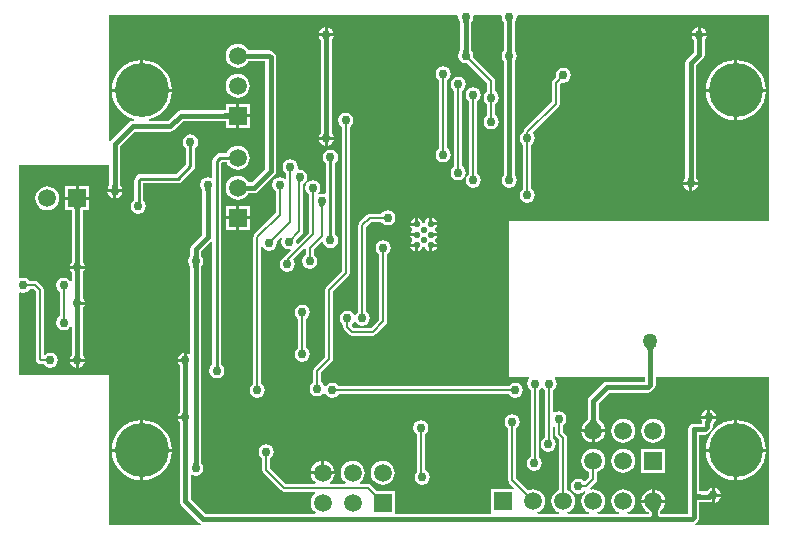
<source format=gbl>
G04*
G04 #@! TF.GenerationSoftware,Altium Limited,Altium Designer,20.1.8 (145)*
G04*
G04 Layer_Physical_Order=2*
G04 Layer_Color=16711680*
%FSLAX25Y25*%
%MOIN*%
G70*
G04*
G04 #@! TF.SameCoordinates,6F670A74-5D77-4B1B-A970-1CA094F5BC2F*
G04*
G04*
G04 #@! TF.FilePolarity,Positive*
G04*
G01*
G75*
%ADD12C,0.01000*%
%ADD14C,0.00600*%
%ADD33R,0.05906X0.05906*%
%ADD56C,0.01500*%
%ADD57C,0.05906*%
%ADD58C,0.02165*%
%ADD59C,0.18000*%
%ADD60C,0.03000*%
%ADD61C,0.05000*%
G36*
X236993Y270865D02*
X236942Y270790D01*
X236897Y270704D01*
X236858Y270607D01*
X236825Y270500D01*
X236798Y270382D01*
X236777Y270253D01*
X236762Y270113D01*
X236750Y269801D01*
X235250D01*
X235247Y269962D01*
X235223Y270253D01*
X235202Y270382D01*
X235175Y270500D01*
X235142Y270607D01*
X235103Y270704D01*
X235058Y270790D01*
X235007Y270865D01*
X234950Y270929D01*
X237050D01*
X236993Y270865D01*
D02*
G37*
G36*
X222493D02*
X222442Y270790D01*
X222397Y270704D01*
X222358Y270607D01*
X222325Y270500D01*
X222298Y270382D01*
X222277Y270253D01*
X222262Y270113D01*
X222250Y269801D01*
X220750D01*
X220747Y269962D01*
X220723Y270253D01*
X220702Y270382D01*
X220675Y270500D01*
X220642Y270607D01*
X220603Y270704D01*
X220558Y270790D01*
X220507Y270865D01*
X220450Y270929D01*
X222550D01*
X222493Y270865D01*
D02*
G37*
G36*
X236753Y261038D02*
X236777Y260747D01*
X236798Y260618D01*
X236825Y260500D01*
X236858Y260393D01*
X236897Y260296D01*
X236942Y260210D01*
X236993Y260135D01*
X237050Y260071D01*
X234950D01*
X235007Y260135D01*
X235058Y260210D01*
X235103Y260296D01*
X235142Y260393D01*
X235175Y260500D01*
X235202Y260618D01*
X235223Y260747D01*
X235238Y260887D01*
X235250Y261199D01*
X236750D01*
X236753Y261038D01*
D02*
G37*
G36*
X222253D02*
X222277Y260747D01*
X222298Y260618D01*
X222325Y260500D01*
X222358Y260393D01*
X222397Y260296D01*
X222442Y260210D01*
X222493Y260135D01*
X222550Y260071D01*
X220450D01*
X220507Y260135D01*
X220558Y260210D01*
X220603Y260296D01*
X220642Y260393D01*
X220675Y260500D01*
X220702Y260618D01*
X220723Y260747D01*
X220738Y260887D01*
X220750Y261199D01*
X222250D01*
X222253Y261038D01*
D02*
G37*
G36*
X222260Y258928D02*
X222290Y258843D01*
X222341Y258743D01*
X222411Y258630D01*
X222502Y258504D01*
X222744Y258209D01*
X223067Y257860D01*
X223259Y257665D01*
X222835Y257241D01*
X222640Y257433D01*
X221996Y257998D01*
X221870Y258088D01*
X221757Y258159D01*
X221657Y258210D01*
X221572Y258240D01*
X221499Y258250D01*
X222250Y259000D01*
X222260Y258928D01*
D02*
G37*
G36*
X236993Y257865D02*
X236942Y257790D01*
X236897Y257704D01*
X236858Y257607D01*
X236825Y257500D01*
X236798Y257382D01*
X236777Y257253D01*
X236762Y257113D01*
X236750Y256801D01*
X235250D01*
X235247Y256962D01*
X235223Y257253D01*
X235202Y257382D01*
X235175Y257500D01*
X235142Y257607D01*
X235103Y257704D01*
X235058Y257790D01*
X235007Y257865D01*
X234950Y257929D01*
X237050D01*
X236993Y257865D01*
D02*
G37*
G36*
X142571Y237500D02*
X142556Y237643D01*
X142511Y237770D01*
X142435Y237882D01*
X142329Y237980D01*
X142193Y238063D01*
X142027Y238130D01*
X141830Y238182D01*
X141604Y238220D01*
X141347Y238243D01*
X141059Y238250D01*
Y239750D01*
X141347Y239757D01*
X141604Y239780D01*
X141830Y239818D01*
X142027Y239870D01*
X142193Y239937D01*
X142329Y240020D01*
X142435Y240118D01*
X142511Y240230D01*
X142556Y240357D01*
X142571Y240500D01*
Y237500D01*
D02*
G37*
G36*
X236753Y219538D02*
X236777Y219247D01*
X236798Y219118D01*
X236825Y219000D01*
X236858Y218893D01*
X236897Y218796D01*
X236942Y218710D01*
X236993Y218635D01*
X237050Y218571D01*
X234950D01*
X235007Y218635D01*
X235058Y218710D01*
X235103Y218796D01*
X235142Y218893D01*
X235175Y219000D01*
X235202Y219118D01*
X235223Y219247D01*
X235238Y219387D01*
X235250Y219699D01*
X236750D01*
X236753Y219538D01*
D02*
G37*
G36*
X105253Y216038D02*
X105277Y215747D01*
X105298Y215618D01*
X105325Y215500D01*
X105358Y215393D01*
X105397Y215296D01*
X105442Y215210D01*
X105493Y215135D01*
X105550Y215071D01*
X103450D01*
X103507Y215135D01*
X103558Y215210D01*
X103603Y215296D01*
X103642Y215393D01*
X103675Y215500D01*
X103702Y215618D01*
X103723Y215747D01*
X103738Y215887D01*
X103750Y216199D01*
X105250D01*
X105253Y216038D01*
D02*
G37*
G36*
X322500Y204000D02*
X236000D01*
Y152000D01*
X242573D01*
X242718Y151522D01*
X242698Y151508D01*
X242145Y150681D01*
X241951Y149705D01*
X242145Y148730D01*
X242698Y147903D01*
X243175Y147584D01*
Y125330D01*
X242573Y124927D01*
X242020Y124100D01*
X241826Y123125D01*
X242020Y122150D01*
X242573Y121323D01*
X243400Y120770D01*
X244375Y120576D01*
X245351Y120770D01*
X246177Y121323D01*
X246730Y122150D01*
X246924Y123125D01*
X246730Y124100D01*
X246177Y124927D01*
X245826Y125163D01*
Y147584D01*
X246302Y147903D01*
X246602Y148351D01*
X247203D01*
X247524Y147871D01*
X248001Y147553D01*
Y131839D01*
X247198Y131302D01*
X246645Y130475D01*
X246451Y129500D01*
X246645Y128524D01*
X247198Y127698D01*
X248025Y127145D01*
X249000Y126951D01*
X249975Y127145D01*
X250802Y127698D01*
X251355Y128524D01*
X251549Y129500D01*
X251355Y130475D01*
X250802Y131302D01*
X250652Y131403D01*
Y135069D01*
X251152Y135353D01*
X251174Y135339D01*
Y133000D01*
X251275Y132493D01*
X251563Y132063D01*
X252675Y130951D01*
Y114229D01*
X252007Y113953D01*
X251181Y113319D01*
X250547Y112493D01*
X250149Y111532D01*
X250013Y110500D01*
X250149Y109468D01*
X250547Y108507D01*
X251181Y107681D01*
X252007Y107047D01*
X252642Y106784D01*
X252542Y106284D01*
X245458D01*
X245358Y106784D01*
X245993Y107047D01*
X246819Y107681D01*
X247453Y108507D01*
X247851Y109468D01*
X247987Y110500D01*
X247851Y111532D01*
X247453Y112493D01*
X246819Y113319D01*
X245993Y113953D01*
X245032Y114351D01*
X244000Y114487D01*
X242968Y114351D01*
X242300Y114074D01*
X238326Y118049D01*
Y134879D01*
X238802Y135198D01*
X239355Y136024D01*
X239549Y137000D01*
X239355Y137976D01*
X238802Y138802D01*
X237976Y139355D01*
X237000Y139549D01*
X236024Y139355D01*
X235198Y138802D01*
X234645Y137976D01*
X234451Y137000D01*
X234645Y136024D01*
X235198Y135198D01*
X235675Y134879D01*
Y117500D01*
X235775Y116993D01*
X236063Y116563D01*
X237673Y114953D01*
X237466Y114453D01*
X230047D01*
Y106784D01*
X230047Y106547D01*
X229656Y106284D01*
X197785D01*
Y113953D01*
X191754D01*
X189770Y115937D01*
X189340Y116225D01*
X188833Y116325D01*
X186358D01*
X186189Y116825D01*
X186652Y117181D01*
X187285Y118007D01*
X187684Y118968D01*
X187819Y120000D01*
X187684Y121032D01*
X187285Y121993D01*
X186652Y122819D01*
X185826Y123453D01*
X184864Y123851D01*
X183833Y123987D01*
X182801Y123851D01*
X181839Y123453D01*
X181013Y122819D01*
X180380Y121993D01*
X179982Y121032D01*
X179846Y120000D01*
X179982Y118968D01*
X180380Y118007D01*
X181013Y117181D01*
X181477Y116825D01*
X181307Y116325D01*
X176358D01*
X176189Y116825D01*
X176652Y117181D01*
X177285Y118007D01*
X177684Y118968D01*
X177754Y119500D01*
X173833D01*
X169912D01*
X169982Y118968D01*
X170380Y118007D01*
X171013Y117181D01*
X171477Y116825D01*
X171307Y116325D01*
X161549D01*
X156325Y121549D01*
Y124879D01*
X156802Y125198D01*
X157355Y126024D01*
X157549Y127000D01*
X157355Y127975D01*
X156802Y128802D01*
X155975Y129355D01*
X155000Y129549D01*
X154025Y129355D01*
X153198Y128802D01*
X152645Y127975D01*
X152451Y127000D01*
X152645Y126024D01*
X153198Y125198D01*
X153674Y124879D01*
Y121000D01*
X153775Y120493D01*
X154063Y120063D01*
X160063Y114063D01*
X160493Y113775D01*
X161000Y113674D01*
X171307D01*
X171477Y113174D01*
X171013Y112819D01*
X170380Y111993D01*
X169982Y111032D01*
X169846Y110000D01*
X169982Y108968D01*
X170380Y108007D01*
X171013Y107181D01*
X171530Y106784D01*
X171361Y106284D01*
X134739D01*
X129784Y111239D01*
Y119109D01*
X130225Y119345D01*
X130525Y119145D01*
X131500Y118951D01*
X132475Y119145D01*
X133302Y119698D01*
X133855Y120525D01*
X134049Y121500D01*
X133855Y122476D01*
X133302Y123302D01*
X133302Y123303D01*
X133299Y123314D01*
X133290Y123372D01*
X133284Y123438D01*
Y188583D01*
X133288Y188616D01*
X133299Y188686D01*
X133302Y188697D01*
X133302Y188698D01*
X133855Y189524D01*
X134049Y190500D01*
X133855Y191475D01*
X133302Y192302D01*
X133302Y192303D01*
X133299Y192314D01*
X133290Y192372D01*
X133284Y192438D01*
Y193761D01*
X136471Y196947D01*
X136971Y196740D01*
Y155985D01*
X136698Y155802D01*
X136145Y154975D01*
X135951Y154000D01*
X136145Y153024D01*
X136698Y152198D01*
X137524Y151645D01*
X138500Y151451D01*
X139476Y151645D01*
X140302Y152198D01*
X140855Y153024D01*
X141049Y154000D01*
X140855Y154975D01*
X140302Y155802D01*
X140029Y155985D01*
Y223366D01*
X140134Y223471D01*
X141855D01*
X142047Y223007D01*
X142681Y222181D01*
X143507Y221547D01*
X144468Y221149D01*
X145500Y221013D01*
X146532Y221149D01*
X147493Y221547D01*
X148319Y222181D01*
X148953Y223007D01*
X149351Y223968D01*
X149487Y225000D01*
X149351Y226032D01*
X148953Y226993D01*
X148319Y227819D01*
X147493Y228453D01*
X146532Y228851D01*
X145500Y228987D01*
X144468Y228851D01*
X143507Y228453D01*
X142681Y227819D01*
X142047Y226993D01*
X141855Y226529D01*
X139500D01*
X138915Y226413D01*
X138419Y226081D01*
X137419Y225081D01*
X137087Y224585D01*
X136971Y224000D01*
Y218554D01*
X136530Y218319D01*
X136476Y218355D01*
X135500Y218549D01*
X134525Y218355D01*
X133698Y217802D01*
X133145Y216975D01*
X132951Y216000D01*
X133145Y215024D01*
X133698Y214198D01*
X133698Y214197D01*
X133701Y214186D01*
X133710Y214128D01*
X133716Y214062D01*
Y199239D01*
X130238Y195762D01*
X129851Y195183D01*
X129716Y194500D01*
Y192417D01*
X129712Y192384D01*
X129701Y192314D01*
X129698Y192303D01*
X129698Y192302D01*
X129145Y191475D01*
X128951Y190500D01*
X129145Y189524D01*
X129698Y188698D01*
X129698Y188697D01*
X129701Y188686D01*
X129710Y188628D01*
X129716Y188562D01*
Y159891D01*
X129275Y159655D01*
X128975Y159855D01*
X128500Y159950D01*
Y157500D01*
X128000D01*
Y157000D01*
X125550D01*
X125645Y156525D01*
X125753Y156363D01*
X125809Y156083D01*
X126195Y155504D01*
X126216Y155483D01*
Y140417D01*
X126212Y140384D01*
X126201Y140314D01*
X126198Y140303D01*
X126198Y140302D01*
X125645Y139476D01*
X125550Y139000D01*
X128000D01*
Y138000D01*
X125550D01*
X125645Y137524D01*
X126198Y136698D01*
X126198Y136697D01*
X126201Y136686D01*
X126210Y136628D01*
X126216Y136562D01*
Y110500D01*
X126351Y109817D01*
X126738Y109238D01*
X132738Y103238D01*
X133095Y103000D01*
X132943Y102500D01*
X102500D01*
Y152500D01*
X72500D01*
Y179965D01*
X72941Y180201D01*
X73024Y180145D01*
X74000Y179951D01*
X74976Y180145D01*
X75802Y180698D01*
X76121Y181175D01*
X77451D01*
X78175Y180451D01*
Y157852D01*
X78275Y157344D01*
X78563Y156914D01*
X78914Y156563D01*
X79344Y156275D01*
X79852Y156175D01*
X80879D01*
X81198Y155698D01*
X82025Y155145D01*
X83000Y154951D01*
X83975Y155145D01*
X84802Y155698D01*
X85355Y156525D01*
X85549Y157500D01*
X85355Y158475D01*
X84802Y159302D01*
X83975Y159855D01*
X83000Y160049D01*
X82025Y159855D01*
X81326Y159388D01*
X80898Y159549D01*
X80826Y159609D01*
Y181000D01*
X80725Y181507D01*
X80437Y181937D01*
X78937Y183437D01*
X78507Y183725D01*
X78000Y183826D01*
X76121D01*
X75802Y184302D01*
X74976Y184855D01*
X74000Y185049D01*
X73024Y184855D01*
X72941Y184799D01*
X72500Y185035D01*
Y222500D01*
X102216D01*
X102500Y222500D01*
X102716Y222089D01*
Y215917D01*
X102712Y215884D01*
X102701Y215814D01*
X102698Y215803D01*
X102698Y215802D01*
X102145Y214976D01*
X102050Y214500D01*
X106949D01*
X106855Y214976D01*
X106302Y215802D01*
X106302Y215803D01*
X106299Y215814D01*
X106290Y215872D01*
X106284Y215938D01*
Y228761D01*
X111239Y233716D01*
X123000D01*
X123683Y233852D01*
X124262Y234238D01*
X127239Y237216D01*
X141384D01*
X141476Y237208D01*
X141547Y237196D01*
Y235047D01*
X145000D01*
Y239000D01*
Y242953D01*
X141547D01*
Y240804D01*
X141476Y240792D01*
X141384Y240784D01*
X126500D01*
X126500Y240784D01*
X125817Y240649D01*
X125238Y240262D01*
X125238Y240262D01*
X122261Y237284D01*
X115995D01*
X115920Y237784D01*
X117345Y238216D01*
X119083Y239145D01*
X120605Y240395D01*
X121855Y241917D01*
X122784Y243655D01*
X123355Y245540D01*
X123499Y247000D01*
X103501D01*
X103645Y245540D01*
X104217Y243655D01*
X105145Y241917D01*
X106395Y240395D01*
X107917Y239145D01*
X109655Y238216D01*
X111080Y237784D01*
X111005Y237284D01*
X110500D01*
X109817Y237148D01*
X109238Y236762D01*
X103238Y230762D01*
X103000Y230405D01*
X102500Y230557D01*
Y272500D01*
X218656D01*
X218974Y272113D01*
X218951Y272000D01*
X219145Y271024D01*
X219698Y270198D01*
X219698Y270197D01*
X219701Y270186D01*
X219710Y270128D01*
X219716Y270062D01*
Y260917D01*
X219712Y260884D01*
X219701Y260814D01*
X219698Y260803D01*
X219698Y260802D01*
X219145Y259976D01*
X218951Y259000D01*
X219145Y258025D01*
X219698Y257198D01*
X220525Y256645D01*
X221500Y256451D01*
X222063Y256563D01*
X228675Y249951D01*
Y247121D01*
X228198Y246802D01*
X227645Y245975D01*
X227451Y245000D01*
X227645Y244024D01*
X228198Y243198D01*
X228675Y242879D01*
Y239121D01*
X228198Y238802D01*
X227645Y237976D01*
X227451Y237000D01*
X227645Y236024D01*
X228198Y235198D01*
X229025Y234645D01*
X230000Y234451D01*
X230976Y234645D01*
X231802Y235198D01*
X232355Y236024D01*
X232549Y237000D01*
X232355Y237976D01*
X231802Y238802D01*
X231326Y239121D01*
Y242879D01*
X231802Y243198D01*
X232355Y244024D01*
X232549Y245000D01*
X232355Y245975D01*
X231802Y246802D01*
X231326Y247121D01*
Y250500D01*
X231225Y251007D01*
X230937Y251437D01*
X223937Y258437D01*
X224049Y259000D01*
X223855Y259976D01*
X223302Y260802D01*
X223302Y260803D01*
X223299Y260814D01*
X223290Y260872D01*
X223284Y260938D01*
Y270083D01*
X223288Y270116D01*
X223299Y270186D01*
X223302Y270197D01*
X223302Y270198D01*
X223855Y271024D01*
X224049Y272000D01*
X224026Y272113D01*
X224344Y272500D01*
X233156D01*
X233474Y272113D01*
X233451Y272000D01*
X233645Y271024D01*
X234198Y270198D01*
X234198Y270197D01*
X234201Y270186D01*
X234210Y270128D01*
X234216Y270062D01*
Y260917D01*
X234212Y260884D01*
X234201Y260814D01*
X234198Y260803D01*
X234198Y260802D01*
X233645Y259976D01*
X233451Y259000D01*
X233645Y258025D01*
X234198Y257198D01*
X234198Y257197D01*
X234201Y257186D01*
X234210Y257128D01*
X234216Y257062D01*
Y219417D01*
X234212Y219384D01*
X234201Y219314D01*
X234198Y219303D01*
X234198Y219302D01*
X233645Y218476D01*
X233451Y217500D01*
X233645Y216525D01*
X234198Y215698D01*
X235024Y215145D01*
X236000Y214951D01*
X236976Y215145D01*
X237802Y215698D01*
X238355Y216525D01*
X238549Y217500D01*
X238355Y218476D01*
X237802Y219302D01*
X237802Y219303D01*
X237799Y219314D01*
X237790Y219372D01*
X237784Y219438D01*
Y257083D01*
X237788Y257116D01*
X237799Y257186D01*
X237802Y257197D01*
X237802Y257198D01*
X238355Y258025D01*
X238549Y259000D01*
X238355Y259976D01*
X237802Y260802D01*
X237802Y260803D01*
X237799Y260814D01*
X237790Y260872D01*
X237784Y260938D01*
Y270083D01*
X237788Y270116D01*
X237799Y270186D01*
X237802Y270197D01*
X237802Y270198D01*
X238355Y271024D01*
X238549Y272000D01*
X238526Y272113D01*
X238844Y272500D01*
X322500D01*
Y204000D01*
D02*
G37*
G36*
X136493Y214865D02*
X136442Y214790D01*
X136397Y214704D01*
X136358Y214607D01*
X136325Y214500D01*
X136298Y214382D01*
X136277Y214253D01*
X136262Y214113D01*
X136250Y213801D01*
X134750D01*
X134747Y213962D01*
X134723Y214253D01*
X134702Y214382D01*
X134675Y214500D01*
X134642Y214607D01*
X134603Y214704D01*
X134558Y214790D01*
X134507Y214865D01*
X134450Y214929D01*
X136550D01*
X136493Y214865D01*
D02*
G37*
G36*
X132253Y192538D02*
X132277Y192247D01*
X132298Y192118D01*
X132325Y192000D01*
X132358Y191893D01*
X132397Y191796D01*
X132442Y191710D01*
X132493Y191635D01*
X132550Y191571D01*
X130450D01*
X130507Y191635D01*
X130558Y191710D01*
X130603Y191796D01*
X130642Y191893D01*
X130675Y192000D01*
X130702Y192118D01*
X130723Y192247D01*
X130738Y192387D01*
X130750Y192699D01*
X132250D01*
X132253Y192538D01*
D02*
G37*
G36*
X132493Y189365D02*
X132442Y189290D01*
X132397Y189204D01*
X132358Y189107D01*
X132325Y189000D01*
X132298Y188882D01*
X132277Y188753D01*
X132262Y188613D01*
X132250Y188301D01*
X130750D01*
X130747Y188462D01*
X130723Y188753D01*
X130702Y188882D01*
X130675Y189000D01*
X130642Y189107D01*
X130603Y189204D01*
X130558Y189290D01*
X130507Y189365D01*
X130450Y189429D01*
X132550D01*
X132493Y189365D01*
D02*
G37*
G36*
X284560Y162017D02*
X284390Y161817D01*
X284240Y161614D01*
X284110Y161408D01*
X284000Y161200D01*
X283910Y160988D01*
X283840Y160774D01*
X283790Y160557D01*
X283760Y160338D01*
X283750Y160115D01*
X282250D01*
X282240Y160338D01*
X282210Y160557D01*
X282160Y160774D01*
X282090Y160988D01*
X282000Y161200D01*
X281890Y161408D01*
X281760Y161614D01*
X281610Y161817D01*
X281440Y162017D01*
X281250Y162215D01*
X284750D01*
X284560Y162017D01*
D02*
G37*
G36*
X128993Y156365D02*
X128942Y156290D01*
X128897Y156204D01*
X128858Y156107D01*
X128825Y156000D01*
X128798Y155882D01*
X128777Y155753D01*
X128762Y155613D01*
X128750Y155301D01*
X127250D01*
X127247Y155462D01*
X127223Y155753D01*
X127202Y155882D01*
X127175Y156000D01*
X127142Y156107D01*
X127103Y156204D01*
X127058Y156290D01*
X127007Y156365D01*
X126950Y156429D01*
X129050D01*
X128993Y156365D01*
D02*
G37*
G36*
X128753Y140538D02*
X128777Y140247D01*
X128798Y140118D01*
X128825Y140000D01*
X128858Y139893D01*
X128897Y139796D01*
X128942Y139710D01*
X128993Y139635D01*
X129050Y139571D01*
X126950D01*
X127007Y139635D01*
X127058Y139710D01*
X127103Y139796D01*
X127142Y139893D01*
X127175Y140000D01*
X127202Y140118D01*
X127223Y140247D01*
X127238Y140387D01*
X127250Y140699D01*
X128750D01*
X128753Y140538D01*
D02*
G37*
G36*
X128993Y137365D02*
X128942Y137290D01*
X128897Y137204D01*
X128858Y137107D01*
X128825Y137000D01*
X128798Y136882D01*
X128777Y136753D01*
X128762Y136613D01*
X128750Y136301D01*
X127250D01*
X127247Y136462D01*
X127223Y136753D01*
X127202Y136882D01*
X127175Y137000D01*
X127142Y137107D01*
X127103Y137204D01*
X127058Y137290D01*
X127007Y137365D01*
X126950Y137429D01*
X129050D01*
X128993Y137365D01*
D02*
G37*
G36*
X264763Y138381D02*
X264803Y138134D01*
X264868Y137885D01*
X264961Y137635D01*
X265079Y137384D01*
X265224Y137131D01*
X265395Y136878D01*
X265593Y136623D01*
X265817Y136366D01*
X266067Y136109D01*
X261933D01*
X262183Y136366D01*
X262407Y136623D01*
X262605Y136878D01*
X262776Y137131D01*
X262921Y137384D01*
X263039Y137635D01*
X263131Y137885D01*
X263197Y138134D01*
X263237Y138381D01*
X263250Y138628D01*
X264750D01*
X264763Y138381D01*
D02*
G37*
G36*
X322500Y102500D02*
X297971D01*
X297819Y103000D01*
X298176Y103238D01*
X298762Y103824D01*
X298762Y103824D01*
X299149Y104403D01*
X299284Y105086D01*
Y109944D01*
X299301Y110039D01*
X299324Y110109D01*
X299341Y110140D01*
X299349Y110151D01*
X299360Y110159D01*
X299391Y110176D01*
X299461Y110199D01*
X299556Y110216D01*
X302439D01*
X302809Y110289D01*
X303025Y110145D01*
X303500Y110050D01*
Y112500D01*
Y114950D01*
X303025Y114855D01*
X302198Y114302D01*
X301851Y113784D01*
X299556D01*
X299461Y113801D01*
X299391Y113824D01*
X299360Y113841D01*
X299349Y113849D01*
X299341Y113860D01*
X299324Y113891D01*
X299301Y113961D01*
X299284Y114056D01*
Y132716D01*
X301121D01*
X301804Y132852D01*
X302383Y133238D01*
X303262Y134117D01*
X303648Y134696D01*
X303784Y135379D01*
Y136351D01*
X304302Y136698D01*
X304855Y137524D01*
X304949Y138000D01*
X300050D01*
X300145Y137524D01*
X300289Y137309D01*
X300216Y136939D01*
Y136284D01*
X297500D01*
X296817Y136149D01*
X296238Y135762D01*
X295851Y135183D01*
X295716Y134500D01*
Y112000D01*
Y106284D01*
X286284D01*
Y107271D01*
X286819Y107681D01*
X287453Y108507D01*
X287851Y109468D01*
X287921Y110000D01*
X280079D01*
X280149Y109468D01*
X280547Y108507D01*
X281181Y107681D01*
X282007Y107047D01*
X282716Y106754D01*
Y106284D01*
X275458D01*
X275359Y106784D01*
X275993Y107047D01*
X276819Y107681D01*
X277453Y108507D01*
X277851Y109468D01*
X277987Y110500D01*
X277851Y111532D01*
X277453Y112493D01*
X276819Y113319D01*
X275993Y113953D01*
X275032Y114351D01*
X274000Y114487D01*
X272968Y114351D01*
X272007Y113953D01*
X271181Y113319D01*
X270547Y112493D01*
X270149Y111532D01*
X270013Y110500D01*
X270149Y109468D01*
X270547Y108507D01*
X271181Y107681D01*
X272007Y107047D01*
X272641Y106784D01*
X272542Y106284D01*
X265458D01*
X265358Y106784D01*
X265993Y107047D01*
X266819Y107681D01*
X267453Y108507D01*
X267851Y109468D01*
X267987Y110500D01*
X267851Y111532D01*
X267453Y112493D01*
X266819Y113319D01*
X265993Y113953D01*
X265032Y114351D01*
X264000Y114487D01*
X263098Y114368D01*
X262851Y114759D01*
X262836Y114813D01*
X264937Y116914D01*
X265225Y117344D01*
X265325Y117851D01*
Y120271D01*
X265993Y120547D01*
X266819Y121181D01*
X267453Y122007D01*
X267851Y122968D01*
X267987Y124000D01*
X267851Y125032D01*
X267453Y125993D01*
X266819Y126819D01*
X265993Y127453D01*
X265032Y127851D01*
X264000Y127987D01*
X262968Y127851D01*
X262007Y127453D01*
X261181Y126819D01*
X260547Y125993D01*
X260149Y125032D01*
X260013Y124000D01*
X260149Y122968D01*
X260547Y122007D01*
X261181Y121181D01*
X262007Y120547D01*
X262674Y120271D01*
Y118401D01*
X261391Y117117D01*
X260894Y117166D01*
X260802Y117302D01*
X259976Y117855D01*
X259000Y118049D01*
X258025Y117855D01*
X257198Y117302D01*
X256645Y116475D01*
X256451Y115500D01*
X256645Y114524D01*
X257198Y113698D01*
X258025Y113145D01*
X259000Y112951D01*
X259976Y113145D01*
X260802Y113698D01*
X261005Y114001D01*
X261224Y113983D01*
X261375Y113469D01*
X261181Y113319D01*
X260547Y112493D01*
X260149Y111532D01*
X260013Y110500D01*
X260149Y109468D01*
X260547Y108507D01*
X261181Y107681D01*
X262007Y107047D01*
X262642Y106784D01*
X262542Y106284D01*
X255458D01*
X255359Y106784D01*
X255993Y107047D01*
X256819Y107681D01*
X257453Y108507D01*
X257851Y109468D01*
X257987Y110500D01*
X257851Y111532D01*
X257453Y112493D01*
X256819Y113319D01*
X255993Y113953D01*
X255326Y114229D01*
Y131500D01*
X255225Y132007D01*
X254937Y132437D01*
X253825Y133549D01*
Y135879D01*
X254302Y136198D01*
X254855Y137024D01*
X255049Y138000D01*
X254855Y138976D01*
X254302Y139802D01*
X253475Y140355D01*
X252500Y140549D01*
X251524Y140355D01*
X251152Y140106D01*
X250652Y140373D01*
Y147553D01*
X251129Y147871D01*
X251681Y148698D01*
X251875Y149673D01*
X251681Y150649D01*
X251129Y151476D01*
X251061Y151522D01*
X251206Y152000D01*
X281216D01*
Y150284D01*
X268500D01*
X267817Y150148D01*
X267238Y149762D01*
X262738Y145262D01*
X262351Y144683D01*
X262216Y144000D01*
Y137539D01*
X262007Y137453D01*
X261181Y136819D01*
X260547Y135993D01*
X260149Y135032D01*
X260079Y134500D01*
X264000D01*
X267921D01*
X267851Y135032D01*
X267453Y135993D01*
X266819Y136819D01*
X265993Y137453D01*
X265784Y137539D01*
Y143261D01*
X269239Y146716D01*
X282121D01*
X282804Y146852D01*
X283383Y147238D01*
X284262Y148117D01*
X284648Y148696D01*
X284784Y149379D01*
Y152000D01*
X322500D01*
Y102500D01*
D02*
G37*
G36*
X132253Y123538D02*
X132277Y123247D01*
X132298Y123118D01*
X132325Y123000D01*
X132358Y122893D01*
X132397Y122796D01*
X132442Y122710D01*
X132493Y122635D01*
X132550Y122571D01*
X130450D01*
X130507Y122635D01*
X130558Y122710D01*
X130603Y122796D01*
X130642Y122893D01*
X130675Y123000D01*
X130702Y123118D01*
X130723Y123247D01*
X130738Y123387D01*
X130750Y123699D01*
X132250D01*
X132253Y123538D01*
D02*
G37*
G36*
X191016Y113245D02*
X191238Y113056D01*
X191336Y112987D01*
X191425Y112935D01*
X191506Y112900D01*
X191577Y112881D01*
X191640Y112880D01*
X191695Y112896D01*
X191740Y112929D01*
X190904Y112092D01*
X190937Y112138D01*
X190952Y112192D01*
X190951Y112255D01*
X190933Y112327D01*
X190898Y112407D01*
X190846Y112497D01*
X190777Y112595D01*
X190691Y112701D01*
X190468Y112941D01*
X190892Y113365D01*
X191016Y113245D01*
D02*
G37*
G36*
X298265Y113965D02*
X298310Y113710D01*
X298385Y113485D01*
X298490Y113290D01*
X298625Y113125D01*
X298790Y112990D01*
X298985Y112885D01*
X299210Y112810D01*
X299465Y112765D01*
X299750Y112750D01*
Y111250D01*
X299465Y111235D01*
X299210Y111190D01*
X298985Y111115D01*
X298790Y111010D01*
X298625Y110875D01*
X298490Y110710D01*
X298385Y110515D01*
X298310Y110290D01*
X298265Y110035D01*
X298250Y109750D01*
X296750Y112000D01*
X298250Y114250D01*
X298265Y113965D01*
D02*
G37*
G36*
X286177Y108459D02*
X285811Y107861D01*
X285662Y107576D01*
X285536Y107300D01*
X285433Y107032D01*
X285353Y106774D01*
X285296Y106525D01*
X285277Y106395D01*
X285310Y106210D01*
X285385Y105985D01*
X285490Y105790D01*
X285625Y105625D01*
X285790Y105490D01*
X285985Y105385D01*
X286210Y105310D01*
X286465Y105265D01*
X286750Y105250D01*
X284500Y103750D01*
X282250Y105250D01*
X282535Y105265D01*
X282790Y105310D01*
X283015Y105385D01*
X283210Y105490D01*
X283375Y105625D01*
X283510Y105790D01*
X283615Y105985D01*
X283690Y106210D01*
X283699Y106259D01*
X283693Y106292D01*
X283621Y106536D01*
X283521Y106774D01*
X283393Y107006D01*
X283235Y107231D01*
X283049Y107450D01*
X282835Y107664D01*
X282592Y107871D01*
X282320Y108072D01*
X286394Y108772D01*
X286177Y108459D01*
D02*
G37*
%LPC*%
G36*
X299830Y268449D02*
Y266500D01*
X301780D01*
X301685Y266975D01*
X301133Y267802D01*
X300306Y268355D01*
X299830Y268449D01*
D02*
G37*
G36*
X298830D02*
X298355Y268355D01*
X297528Y267802D01*
X296975Y266975D01*
X296881Y266500D01*
X298830D01*
Y268449D01*
D02*
G37*
G36*
X175500D02*
Y266500D01*
X177450D01*
X177355Y266975D01*
X176802Y267802D01*
X175976Y268355D01*
X175500Y268449D01*
D02*
G37*
G36*
X174500D02*
X174024Y268355D01*
X173198Y267802D01*
X172645Y266975D01*
X172550Y266500D01*
X174500D01*
Y268449D01*
D02*
G37*
G36*
X254000Y255049D02*
X253025Y254855D01*
X252198Y254302D01*
X251645Y253475D01*
X251451Y252500D01*
X251563Y251937D01*
X250563Y250937D01*
X250275Y250507D01*
X250174Y250000D01*
Y243549D01*
X241063Y234437D01*
X240775Y234007D01*
X240702Y233640D01*
X240198Y233302D01*
X239645Y232475D01*
X239451Y231500D01*
X239645Y230524D01*
X240198Y229698D01*
X240674Y229379D01*
Y214621D01*
X240198Y214302D01*
X239645Y213475D01*
X239451Y212500D01*
X239645Y211525D01*
X240198Y210698D01*
X241024Y210145D01*
X242000Y209951D01*
X242975Y210145D01*
X243802Y210698D01*
X244355Y211525D01*
X244549Y212500D01*
X244355Y213475D01*
X243802Y214302D01*
X243325Y214621D01*
Y229379D01*
X243802Y229698D01*
X244355Y230524D01*
X244549Y231500D01*
X244355Y232475D01*
X243802Y233302D01*
X243791Y233417D01*
X252437Y242063D01*
X252725Y242493D01*
X252825Y243000D01*
Y249451D01*
X253437Y250063D01*
X254000Y249951D01*
X254976Y250145D01*
X255802Y250698D01*
X256355Y251524D01*
X256549Y252500D01*
X256355Y253475D01*
X255802Y254302D01*
X254976Y254855D01*
X254000Y255049D01*
D02*
G37*
G36*
X312000Y257499D02*
Y248000D01*
X321499D01*
X321355Y249460D01*
X320783Y251345D01*
X319855Y253083D01*
X318605Y254605D01*
X317083Y255855D01*
X315345Y256784D01*
X313460Y257355D01*
X312000Y257499D01*
D02*
G37*
G36*
X311000D02*
X309540Y257355D01*
X307655Y256784D01*
X305917Y255855D01*
X304395Y254605D01*
X303145Y253083D01*
X302217Y251345D01*
X301645Y249460D01*
X301501Y248000D01*
X311000D01*
Y257499D01*
D02*
G37*
G36*
X114000D02*
Y248000D01*
X123499D01*
X123355Y249460D01*
X122784Y251345D01*
X121855Y253083D01*
X120605Y254605D01*
X119083Y255855D01*
X117345Y256784D01*
X115460Y257355D01*
X114000Y257499D01*
D02*
G37*
G36*
X113000D02*
X111540Y257355D01*
X109655Y256784D01*
X107917Y255855D01*
X106395Y254605D01*
X105145Y253083D01*
X104217Y251345D01*
X103645Y249460D01*
X103501Y248000D01*
X113000D01*
Y257499D01*
D02*
G37*
G36*
X145500Y252987D02*
X144468Y252851D01*
X143507Y252453D01*
X142681Y251819D01*
X142047Y250993D01*
X141649Y250032D01*
X141513Y249000D01*
X141649Y247968D01*
X142047Y247007D01*
X142681Y246181D01*
X143507Y245547D01*
X144468Y245149D01*
X145500Y245013D01*
X146532Y245149D01*
X147493Y245547D01*
X148319Y246181D01*
X148953Y247007D01*
X149351Y247968D01*
X149487Y249000D01*
X149351Y250032D01*
X148953Y250993D01*
X148319Y251819D01*
X147493Y252453D01*
X146532Y252851D01*
X145500Y252987D01*
D02*
G37*
G36*
X149453Y242953D02*
X146000D01*
Y239500D01*
X149453D01*
Y242953D01*
D02*
G37*
G36*
X321499Y247000D02*
X312000D01*
Y237501D01*
X313460Y237645D01*
X315345Y238216D01*
X317083Y239145D01*
X318605Y240395D01*
X319855Y241917D01*
X320783Y243655D01*
X321355Y245540D01*
X321499Y247000D01*
D02*
G37*
G36*
X311000D02*
X301501D01*
X301645Y245540D01*
X302217Y243655D01*
X303145Y241917D01*
X304395Y240395D01*
X305917Y239145D01*
X307655Y238216D01*
X309540Y237645D01*
X311000Y237501D01*
Y247000D01*
D02*
G37*
G36*
X149453Y238500D02*
X146000D01*
Y235047D01*
X149453D01*
Y238500D01*
D02*
G37*
G36*
X177450Y265500D02*
X172550D01*
X172645Y265024D01*
X173198Y264198D01*
X173198Y264197D01*
X173201Y264186D01*
X173210Y264128D01*
X173216Y264062D01*
Y233417D01*
X173212Y233384D01*
X173201Y233314D01*
X173198Y233303D01*
X173198Y233302D01*
X172645Y232475D01*
X172550Y232000D01*
X177450D01*
X177355Y232475D01*
X176802Y233302D01*
X176802Y233303D01*
X176799Y233314D01*
X176790Y233372D01*
X176784Y233438D01*
Y264083D01*
X176788Y264116D01*
X176799Y264186D01*
X176802Y264197D01*
X176802Y264198D01*
X177355Y265024D01*
X177450Y265500D01*
D02*
G37*
G36*
Y231000D02*
X175500D01*
Y229050D01*
X175976Y229145D01*
X176802Y229698D01*
X177355Y230524D01*
X177450Y231000D01*
D02*
G37*
G36*
X174500D02*
X172550D01*
X172645Y230524D01*
X173198Y229698D01*
X174024Y229145D01*
X174500Y229050D01*
Y231000D01*
D02*
G37*
G36*
X214000Y255549D02*
X213024Y255355D01*
X212198Y254802D01*
X211645Y253976D01*
X211451Y253000D01*
X211645Y252025D01*
X212198Y251198D01*
X212674Y250879D01*
Y228121D01*
X212198Y227802D01*
X211645Y226975D01*
X211451Y226000D01*
X211645Y225025D01*
X212198Y224198D01*
X213024Y223645D01*
X214000Y223451D01*
X214976Y223645D01*
X215802Y224198D01*
X216355Y225025D01*
X216549Y226000D01*
X216355Y226975D01*
X215802Y227802D01*
X215325Y228121D01*
Y250879D01*
X215802Y251198D01*
X216355Y252025D01*
X216549Y253000D01*
X216355Y253976D01*
X215802Y254802D01*
X214976Y255355D01*
X214000Y255549D01*
D02*
G37*
G36*
X219000Y252049D02*
X218024Y251855D01*
X217198Y251302D01*
X216645Y250476D01*
X216451Y249500D01*
X216645Y248524D01*
X217198Y247698D01*
X217674Y247379D01*
Y222121D01*
X217198Y221802D01*
X216645Y220975D01*
X216451Y220000D01*
X216645Y219024D01*
X217198Y218198D01*
X218024Y217645D01*
X219000Y217451D01*
X219975Y217645D01*
X220802Y218198D01*
X221355Y219024D01*
X221549Y220000D01*
X221355Y220975D01*
X220802Y221802D01*
X220325Y222121D01*
Y247379D01*
X220802Y247698D01*
X221355Y248524D01*
X221549Y249500D01*
X221355Y250476D01*
X220802Y251302D01*
X219975Y251855D01*
X219000Y252049D01*
D02*
G37*
G36*
X301780Y265500D02*
X296881D01*
X296975Y265024D01*
X297528Y264198D01*
X297529Y264197D01*
X297531Y264186D01*
X297541Y264128D01*
X297546Y264062D01*
Y260069D01*
X295238Y257762D01*
X294851Y257183D01*
X294716Y256500D01*
Y218417D01*
X294712Y218384D01*
X294701Y218314D01*
X294698Y218303D01*
X294698Y218302D01*
X294145Y217476D01*
X294051Y217000D01*
X298950D01*
X298855Y217476D01*
X298302Y218302D01*
X298302Y218303D01*
X298299Y218314D01*
X298290Y218372D01*
X298284Y218438D01*
Y255761D01*
X300592Y258069D01*
X300979Y258648D01*
X301115Y259330D01*
Y264083D01*
X301118Y264116D01*
X301130Y264186D01*
X301132Y264197D01*
X301133Y264198D01*
X301685Y265024D01*
X301780Y265500D01*
D02*
G37*
G36*
X145500Y262987D02*
X144468Y262851D01*
X143507Y262453D01*
X142681Y261819D01*
X142047Y260993D01*
X141649Y260032D01*
X141513Y259000D01*
X141649Y257968D01*
X142047Y257007D01*
X142681Y256181D01*
X143507Y255547D01*
X144468Y255149D01*
X145500Y255013D01*
X146532Y255149D01*
X147493Y255547D01*
X148319Y256181D01*
X148953Y257007D01*
X149039Y257216D01*
X154716D01*
Y221239D01*
X150261Y216784D01*
X149039D01*
X148953Y216993D01*
X148319Y217819D01*
X147493Y218453D01*
X146532Y218851D01*
X145500Y218987D01*
X144468Y218851D01*
X143507Y218453D01*
X142681Y217819D01*
X142047Y216993D01*
X141649Y216032D01*
X141513Y215000D01*
X141649Y213968D01*
X142047Y213007D01*
X142681Y212181D01*
X143507Y211547D01*
X144468Y211149D01*
X145500Y211013D01*
X146532Y211149D01*
X147493Y211547D01*
X148319Y212181D01*
X148953Y213007D01*
X149039Y213216D01*
X151000D01*
X151683Y213351D01*
X152262Y213738D01*
X157762Y219238D01*
X157762Y219238D01*
X158149Y219817D01*
X158284Y220500D01*
Y258414D01*
X158149Y259097D01*
X157762Y259676D01*
X157762Y259676D01*
X157176Y260262D01*
X156597Y260648D01*
X155914Y260784D01*
X149039D01*
X148953Y260993D01*
X148319Y261819D01*
X147493Y262453D01*
X146532Y262851D01*
X145500Y262987D01*
D02*
G37*
G36*
X224000Y248549D02*
X223025Y248355D01*
X222198Y247802D01*
X221645Y246975D01*
X221451Y246000D01*
X221645Y245024D01*
X222198Y244198D01*
X222674Y243879D01*
Y219621D01*
X222198Y219302D01*
X221645Y218476D01*
X221451Y217500D01*
X221645Y216525D01*
X222198Y215698D01*
X223025Y215145D01*
X224000Y214951D01*
X224975Y215145D01*
X225802Y215698D01*
X226355Y216525D01*
X226549Y217500D01*
X226355Y218476D01*
X225802Y219302D01*
X225325Y219621D01*
Y243879D01*
X225802Y244198D01*
X226355Y245024D01*
X226549Y246000D01*
X226355Y246975D01*
X225802Y247802D01*
X224975Y248355D01*
X224000Y248549D01*
D02*
G37*
G36*
X298950Y216000D02*
X297000D01*
Y214051D01*
X297476Y214145D01*
X298302Y214698D01*
X298855Y215525D01*
X298950Y216000D01*
D02*
G37*
G36*
X296000D02*
X294051D01*
X294145Y215525D01*
X294698Y214698D01*
X295525Y214145D01*
X296000Y214051D01*
Y216000D01*
D02*
G37*
G36*
X176396Y227653D02*
X175420Y227459D01*
X174593Y226907D01*
X174041Y226080D01*
X173847Y225104D01*
X174041Y224129D01*
X174593Y223302D01*
X174866Y223119D01*
Y213149D01*
X174366Y212877D01*
X173500Y213049D01*
X172662Y212882D01*
X172380Y213314D01*
X172855Y214024D01*
X173049Y215000D01*
X172855Y215975D01*
X172302Y216802D01*
X171476Y217355D01*
X170500Y217549D01*
X169525Y217355D01*
X168698Y216802D01*
X168145Y215975D01*
X167951Y215000D01*
X168145Y214024D01*
X168698Y213198D01*
X169175Y212879D01*
Y200049D01*
X165418Y196293D01*
X164957Y196539D01*
X165049Y197000D01*
X164937Y197563D01*
X166937Y199563D01*
X167225Y199993D01*
X167325Y200500D01*
Y216246D01*
X168001Y216698D01*
X168553Y217525D01*
X168747Y218500D01*
X168553Y219476D01*
X168001Y220302D01*
X167174Y220855D01*
X166199Y221049D01*
X165856Y220981D01*
X165431Y221406D01*
X165549Y222000D01*
X165355Y222975D01*
X164802Y223802D01*
X163976Y224355D01*
X163000Y224549D01*
X162024Y224355D01*
X161198Y223802D01*
X160645Y222975D01*
X160451Y222000D01*
X160645Y221024D01*
X161198Y220198D01*
X161674Y219879D01*
Y218077D01*
X161174Y217888D01*
X160476Y218355D01*
X159500Y218549D01*
X158525Y218355D01*
X157698Y217802D01*
X157145Y216975D01*
X156951Y216000D01*
X157145Y215024D01*
X157698Y214198D01*
X158175Y213879D01*
Y206549D01*
X151063Y199437D01*
X150775Y199007D01*
X150674Y198500D01*
Y149621D01*
X150198Y149302D01*
X149645Y148476D01*
X149451Y147500D01*
X149645Y146525D01*
X150198Y145698D01*
X151024Y145145D01*
X152000Y144951D01*
X152975Y145145D01*
X153802Y145698D01*
X154355Y146525D01*
X154549Y147500D01*
X154355Y148476D01*
X153802Y149302D01*
X153325Y149621D01*
Y195103D01*
X153825Y195255D01*
X154198Y194698D01*
X155025Y194145D01*
X156000Y193951D01*
X156975Y194145D01*
X157802Y194698D01*
X158355Y195525D01*
X158549Y196500D01*
X158437Y197063D01*
X159934Y198559D01*
X160322Y198241D01*
X160145Y197976D01*
X159951Y197000D01*
X160145Y196025D01*
X160698Y195198D01*
X161524Y194645D01*
X162500Y194451D01*
X162961Y194543D01*
X163207Y194082D01*
X161410Y192284D01*
X161138Y191877D01*
X161024Y191855D01*
X160198Y191302D01*
X159645Y190475D01*
X159451Y189500D01*
X159645Y188524D01*
X160198Y187698D01*
X161024Y187145D01*
X162000Y186951D01*
X162976Y187145D01*
X163802Y187698D01*
X164355Y188524D01*
X164549Y189500D01*
X164355Y190475D01*
X163952Y191078D01*
X167675Y194800D01*
X168175Y194593D01*
Y192621D01*
X167698Y192302D01*
X167145Y191475D01*
X166951Y190500D01*
X167145Y189524D01*
X167698Y188698D01*
X168525Y188145D01*
X169500Y187951D01*
X170475Y188145D01*
X171302Y188698D01*
X171855Y189524D01*
X172049Y190500D01*
X171855Y191475D01*
X171302Y192302D01*
X170826Y192621D01*
Y194451D01*
X173409Y197035D01*
X173952Y196870D01*
X174041Y196424D01*
X174593Y195598D01*
X175420Y195045D01*
X176396Y194851D01*
X177371Y195045D01*
X178198Y195598D01*
X178751Y196424D01*
X178945Y197400D01*
X178751Y198375D01*
X178198Y199202D01*
X177925Y199385D01*
Y223119D01*
X178198Y223302D01*
X178751Y224129D01*
X178945Y225104D01*
X178751Y226080D01*
X178198Y226907D01*
X177371Y227459D01*
X176396Y227653D01*
D02*
G37*
G36*
X95953Y215453D02*
X92500D01*
Y212000D01*
X95953D01*
Y215453D01*
D02*
G37*
G36*
X91500D02*
X88047D01*
Y212000D01*
X91500D01*
Y215453D01*
D02*
G37*
G36*
X106949Y213500D02*
X105000D01*
Y211550D01*
X105475Y211645D01*
X106302Y212198D01*
X106855Y213024D01*
X106949Y213500D01*
D02*
G37*
G36*
X104000D02*
X102050D01*
X102145Y213024D01*
X102698Y212198D01*
X103524Y211645D01*
X104000Y211550D01*
Y213500D01*
D02*
G37*
G36*
X82000Y215487D02*
X80968Y215351D01*
X80007Y214953D01*
X79181Y214319D01*
X78547Y213493D01*
X78149Y212532D01*
X78013Y211500D01*
X78149Y210468D01*
X78547Y209507D01*
X79181Y208681D01*
X80007Y208047D01*
X80968Y207649D01*
X82000Y207513D01*
X83032Y207649D01*
X83993Y208047D01*
X84819Y208681D01*
X85453Y209507D01*
X85851Y210468D01*
X85987Y211500D01*
X85851Y212532D01*
X85453Y213493D01*
X84819Y214319D01*
X83993Y214953D01*
X83032Y215351D01*
X82000Y215487D01*
D02*
G37*
G36*
X129740Y232789D02*
X128765Y232595D01*
X127938Y232043D01*
X127385Y231216D01*
X127191Y230240D01*
X127385Y229265D01*
X127938Y228438D01*
X128211Y228255D01*
Y222874D01*
X124866Y219529D01*
X113086D01*
X112501Y219413D01*
X112004Y219081D01*
X111419Y218496D01*
X111087Y218000D01*
X110971Y217414D01*
Y210934D01*
X110544Y210649D01*
X109992Y209822D01*
X109798Y208846D01*
X109992Y207871D01*
X110544Y207044D01*
X111371Y206491D01*
X112346Y206297D01*
X113322Y206491D01*
X114149Y207044D01*
X114701Y207871D01*
X114895Y208846D01*
X114701Y209822D01*
X114149Y210649D01*
X114029Y210729D01*
Y216471D01*
X125500D01*
X126085Y216587D01*
X126581Y216919D01*
X130822Y221159D01*
X131153Y221655D01*
X131270Y222240D01*
Y228255D01*
X131543Y228438D01*
X132095Y229265D01*
X132289Y230240D01*
X132095Y231216D01*
X131543Y232043D01*
X130716Y232595D01*
X129740Y232789D01*
D02*
G37*
G36*
X149453Y208953D02*
X146000D01*
Y205500D01*
X149453D01*
Y208953D01*
D02*
G37*
G36*
X145000D02*
X141547D01*
Y205500D01*
X145000D01*
Y208953D01*
D02*
G37*
G36*
X210300Y204924D02*
Y203400D01*
X211824D01*
X211762Y203713D01*
X211301Y204401D01*
X210613Y204862D01*
X210300Y204924D01*
D02*
G37*
G36*
X204600Y204824D02*
X204287Y204762D01*
X203598Y204302D01*
X203138Y203613D01*
X203076Y203300D01*
X204600D01*
Y204824D01*
D02*
G37*
G36*
X209300Y204924D02*
X208987Y204862D01*
X208298Y204401D01*
X207838Y203713D01*
X207713Y203081D01*
X207500Y203123D01*
X207172Y203058D01*
X207062Y203613D01*
X206602Y204302D01*
X205913Y204762D01*
X205600Y204824D01*
Y202800D01*
X205100D01*
Y202300D01*
X203076D01*
X203138Y201987D01*
X203598Y201298D01*
Y200801D01*
X203138Y200113D01*
X203076Y199800D01*
X205100D01*
Y198800D01*
X203076D01*
X203138Y198487D01*
X203598Y197799D01*
Y197301D01*
X203138Y196613D01*
X203076Y196300D01*
X205100D01*
Y195800D01*
X205600D01*
Y193776D01*
X205913Y193838D01*
X206602Y194299D01*
X207062Y194987D01*
X207153Y195446D01*
X207500Y195377D01*
X207751Y195426D01*
X207838Y194987D01*
X208298Y194299D01*
X208987Y193838D01*
X209300Y193776D01*
Y195800D01*
X209800D01*
Y196300D01*
X211824D01*
X211762Y196613D01*
X211381Y197183D01*
X211389Y197790D01*
X211402Y197799D01*
X211862Y198487D01*
X211924Y198800D01*
X209900D01*
Y199800D01*
X211924D01*
X211862Y200113D01*
X211402Y200801D01*
X211279Y200883D01*
Y201275D01*
X211334Y201448D01*
X211762Y202087D01*
X211824Y202400D01*
X209800D01*
Y202900D01*
X209300D01*
Y204924D01*
D02*
G37*
G36*
X195500Y207549D02*
X194525Y207355D01*
X193698Y206802D01*
X193379Y206326D01*
X189500D01*
X188993Y206225D01*
X188563Y205937D01*
X186063Y203437D01*
X185775Y203007D01*
X185675Y202500D01*
Y173621D01*
X185198Y173302D01*
X184784Y172684D01*
X184216D01*
X183802Y173302D01*
X182975Y173855D01*
X182000Y174049D01*
X181025Y173855D01*
X180198Y173302D01*
X179645Y172476D01*
X179451Y171500D01*
X179645Y170525D01*
X180198Y169698D01*
X180675Y169379D01*
Y168500D01*
X180775Y167993D01*
X181063Y167563D01*
X182563Y166063D01*
X182993Y165775D01*
X183500Y165674D01*
X190500D01*
X191007Y165775D01*
X191437Y166063D01*
X194937Y169563D01*
X195225Y169993D01*
X195326Y170500D01*
Y192879D01*
X195802Y193198D01*
X196355Y194025D01*
X196549Y195000D01*
X196355Y195975D01*
X195802Y196802D01*
X194975Y197355D01*
X194000Y197549D01*
X193025Y197355D01*
X192198Y196802D01*
X191645Y195975D01*
X191451Y195000D01*
X191645Y194025D01*
X192198Y193198D01*
X192675Y192879D01*
Y171049D01*
X189951Y168325D01*
X184049D01*
X183443Y168931D01*
X183483Y169484D01*
X183802Y169698D01*
X184216Y170316D01*
X184784D01*
X185198Y169698D01*
X186024Y169145D01*
X187000Y168951D01*
X187976Y169145D01*
X188802Y169698D01*
X189355Y170525D01*
X189549Y171500D01*
X189355Y172476D01*
X188802Y173302D01*
X188326Y173621D01*
Y201951D01*
X190049Y203675D01*
X193379D01*
X193698Y203198D01*
X194525Y202645D01*
X195500Y202451D01*
X196476Y202645D01*
X197302Y203198D01*
X197855Y204025D01*
X198049Y205000D01*
X197855Y205976D01*
X197302Y206802D01*
X196476Y207355D01*
X195500Y207549D01*
D02*
G37*
G36*
X149453Y204500D02*
X146000D01*
Y201047D01*
X149453D01*
Y204500D01*
D02*
G37*
G36*
X145000D02*
X141547D01*
Y201047D01*
X145000D01*
Y204500D01*
D02*
G37*
G36*
X211824Y195300D02*
X210300D01*
Y193776D01*
X210613Y193838D01*
X211301Y194299D01*
X211762Y194987D01*
X211824Y195300D01*
D02*
G37*
G36*
X204600D02*
X203076D01*
X203138Y194987D01*
X203598Y194299D01*
X204287Y193838D01*
X204600Y193776D01*
Y195300D01*
D02*
G37*
G36*
X95953Y211000D02*
X92000D01*
X88047D01*
Y207547D01*
X90195D01*
X90208Y207470D01*
X90216Y207381D01*
Y190417D01*
X90212Y190384D01*
X90201Y190314D01*
X90198Y190303D01*
X90198Y190302D01*
X89645Y189476D01*
X89551Y189000D01*
X94450D01*
X94355Y189476D01*
X93802Y190302D01*
X93802Y190303D01*
X93799Y190314D01*
X93790Y190372D01*
X93784Y190438D01*
Y207381D01*
X93792Y207470D01*
X93805Y207547D01*
X95953D01*
Y211000D01*
D02*
G37*
G36*
X94450Y188000D02*
X89551D01*
X89645Y187524D01*
X90198Y186698D01*
X90198Y186697D01*
X90201Y186686D01*
X90210Y186628D01*
X90216Y186562D01*
Y183835D01*
X89716Y183684D01*
X89302Y184302D01*
X88476Y184855D01*
X87500Y185049D01*
X86524Y184855D01*
X85698Y184302D01*
X85145Y183475D01*
X84951Y182500D01*
X85145Y181525D01*
X85698Y180698D01*
X86174Y180379D01*
Y172121D01*
X85698Y171802D01*
X85145Y170975D01*
X84951Y170000D01*
X85145Y169025D01*
X85698Y168198D01*
X86524Y167645D01*
X87500Y167451D01*
X88476Y167645D01*
X89302Y168198D01*
X89716Y168816D01*
X90216Y168665D01*
Y159417D01*
X90212Y159384D01*
X90201Y159314D01*
X90198Y159303D01*
X90198Y159302D01*
X89645Y158475D01*
X89551Y158000D01*
X94450D01*
X94355Y158475D01*
X93802Y159302D01*
X93802Y159303D01*
X93799Y159314D01*
X93790Y159372D01*
X93784Y159438D01*
Y174583D01*
X93788Y174616D01*
X93799Y174686D01*
X93802Y174697D01*
X93802Y174698D01*
X94355Y175524D01*
X94450Y176000D01*
X92000D01*
Y177000D01*
X94450D01*
X94355Y177476D01*
X93802Y178302D01*
X93802Y178303D01*
X93799Y178314D01*
X93790Y178372D01*
X93784Y178438D01*
Y186583D01*
X93788Y186616D01*
X93799Y186686D01*
X93802Y186697D01*
X93802Y186698D01*
X94355Y187524D01*
X94450Y188000D01*
D02*
G37*
G36*
X127500Y159950D02*
X127024Y159855D01*
X126198Y159302D01*
X125645Y158475D01*
X125550Y158000D01*
X127500D01*
Y159950D01*
D02*
G37*
G36*
X167000Y176049D02*
X166024Y175855D01*
X165198Y175302D01*
X164645Y174476D01*
X164451Y173500D01*
X164645Y172524D01*
X165198Y171698D01*
X165674Y171379D01*
Y161621D01*
X165198Y161302D01*
X164645Y160476D01*
X164451Y159500D01*
X164645Y158525D01*
X165198Y157698D01*
X166024Y157145D01*
X167000Y156951D01*
X167975Y157145D01*
X168802Y157698D01*
X169355Y158525D01*
X169549Y159500D01*
X169355Y160476D01*
X168802Y161302D01*
X168325Y161621D01*
Y171379D01*
X168802Y171698D01*
X169355Y172524D01*
X169549Y173500D01*
X169355Y174476D01*
X168802Y175302D01*
X167975Y175855D01*
X167000Y176049D01*
D02*
G37*
G36*
X94450Y157000D02*
X92500D01*
Y155051D01*
X92975Y155145D01*
X93802Y155698D01*
X94355Y156525D01*
X94450Y157000D01*
D02*
G37*
G36*
X91500D02*
X89551D01*
X89645Y156525D01*
X90198Y155698D01*
X91025Y155145D01*
X91500Y155051D01*
Y157000D01*
D02*
G37*
G36*
X181500Y240049D02*
X180525Y239855D01*
X179698Y239302D01*
X179145Y238475D01*
X178951Y237500D01*
X179145Y236525D01*
X179698Y235698D01*
X180175Y235379D01*
Y187049D01*
X175063Y181937D01*
X174775Y181507D01*
X174674Y181000D01*
Y158549D01*
X171063Y154937D01*
X170775Y154507D01*
X170675Y154000D01*
Y150121D01*
X170198Y149802D01*
X169645Y148976D01*
X169451Y148000D01*
X169645Y147025D01*
X170198Y146198D01*
X171025Y145645D01*
X172000Y145451D01*
X172976Y145645D01*
X173802Y146198D01*
X174109Y146657D01*
X174640Y146551D01*
X174645Y146525D01*
X175198Y145698D01*
X176024Y145145D01*
X177000Y144951D01*
X177975Y145145D01*
X178802Y145698D01*
X179121Y146175D01*
X235879D01*
X236198Y145698D01*
X237024Y145145D01*
X238000Y144951D01*
X238976Y145145D01*
X239802Y145698D01*
X240355Y146525D01*
X240549Y147500D01*
X240355Y148476D01*
X239802Y149302D01*
X238976Y149855D01*
X238000Y150049D01*
X237024Y149855D01*
X236198Y149302D01*
X235879Y148826D01*
X179121D01*
X178802Y149302D01*
X177975Y149855D01*
X177000Y150049D01*
X176024Y149855D01*
X175198Y149302D01*
X174891Y148844D01*
X174360Y148949D01*
X174355Y148976D01*
X173802Y149802D01*
X173326Y150121D01*
Y153451D01*
X176937Y157063D01*
X177225Y157493D01*
X177325Y158000D01*
Y180451D01*
X182437Y185563D01*
X182725Y185993D01*
X182826Y186500D01*
Y235379D01*
X183302Y235698D01*
X183855Y236525D01*
X184049Y237500D01*
X183855Y238475D01*
X183302Y239302D01*
X182475Y239855D01*
X181500Y240049D01*
D02*
G37*
G36*
X114000Y137499D02*
Y128000D01*
X123499D01*
X123355Y129460D01*
X122784Y131345D01*
X121855Y133083D01*
X120605Y134605D01*
X119083Y135855D01*
X117345Y136784D01*
X115460Y137355D01*
X114000Y137499D01*
D02*
G37*
G36*
X113000D02*
X111540Y137355D01*
X109655Y136784D01*
X107917Y135855D01*
X106395Y134605D01*
X105145Y133083D01*
X104217Y131345D01*
X103645Y129460D01*
X103501Y128000D01*
X113000D01*
Y137499D01*
D02*
G37*
G36*
X174333Y123921D02*
Y120500D01*
X177754D01*
X177684Y121032D01*
X177285Y121993D01*
X176652Y122819D01*
X175826Y123453D01*
X174864Y123851D01*
X174333Y123921D01*
D02*
G37*
G36*
X173333D02*
X172801Y123851D01*
X171839Y123453D01*
X171013Y122819D01*
X170380Y121993D01*
X169982Y121032D01*
X169912Y120500D01*
X173333D01*
Y123921D01*
D02*
G37*
G36*
X123499Y127000D02*
X114000D01*
Y117501D01*
X115460Y117645D01*
X117345Y118217D01*
X119083Y119145D01*
X120605Y120395D01*
X121855Y121917D01*
X122784Y123655D01*
X123355Y125540D01*
X123499Y127000D01*
D02*
G37*
G36*
X113000D02*
X103501D01*
X103645Y125540D01*
X104217Y123655D01*
X105145Y121917D01*
X106395Y120395D01*
X107917Y119145D01*
X109655Y118217D01*
X111540Y117645D01*
X113000Y117501D01*
Y127000D01*
D02*
G37*
G36*
X193833Y123987D02*
X192801Y123851D01*
X191839Y123453D01*
X191013Y122819D01*
X190380Y121993D01*
X189982Y121032D01*
X189846Y120000D01*
X189982Y118968D01*
X190380Y118007D01*
X191013Y117181D01*
X191839Y116547D01*
X192801Y116149D01*
X193833Y116013D01*
X194864Y116149D01*
X195826Y116547D01*
X196652Y117181D01*
X197285Y118007D01*
X197684Y118968D01*
X197819Y120000D01*
X197684Y121032D01*
X197285Y121993D01*
X196652Y122819D01*
X195826Y123453D01*
X194864Y123851D01*
X193833Y123987D01*
D02*
G37*
G36*
X206500Y137549D02*
X205524Y137355D01*
X204698Y136802D01*
X204145Y135976D01*
X203951Y135000D01*
X204145Y134025D01*
X204698Y133198D01*
X205174Y132879D01*
Y120268D01*
X204645Y119475D01*
X204451Y118500D01*
X204645Y117525D01*
X205198Y116698D01*
X206025Y116145D01*
X207000Y115951D01*
X207976Y116145D01*
X208802Y116698D01*
X209355Y117525D01*
X209549Y118500D01*
X209355Y119475D01*
X208802Y120302D01*
X207976Y120855D01*
X207825Y120885D01*
Y132879D01*
X208302Y133198D01*
X208855Y134025D01*
X209049Y135000D01*
X208855Y135976D01*
X208302Y136802D01*
X207475Y137355D01*
X206500Y137549D01*
D02*
G37*
%LPD*%
G36*
X175993Y264865D02*
X175942Y264790D01*
X175897Y264704D01*
X175858Y264607D01*
X175825Y264500D01*
X175798Y264382D01*
X175777Y264253D01*
X175762Y264113D01*
X175750Y263801D01*
X174250D01*
X174247Y263962D01*
X174223Y264253D01*
X174202Y264382D01*
X174175Y264500D01*
X174142Y264607D01*
X174103Y264704D01*
X174058Y264790D01*
X174007Y264865D01*
X173950Y264929D01*
X176050D01*
X175993Y264865D01*
D02*
G37*
G36*
X175753Y233538D02*
X175777Y233247D01*
X175798Y233118D01*
X175825Y233000D01*
X175858Y232893D01*
X175897Y232796D01*
X175942Y232710D01*
X175993Y232635D01*
X176050Y232571D01*
X173950D01*
X174007Y232635D01*
X174058Y232710D01*
X174103Y232796D01*
X174142Y232893D01*
X174175Y233000D01*
X174202Y233118D01*
X174223Y233247D01*
X174238Y233387D01*
X174250Y233699D01*
X175750D01*
X175753Y233538D01*
D02*
G37*
G36*
X300323Y264865D02*
X300272Y264790D01*
X300227Y264704D01*
X300188Y264607D01*
X300155Y264500D01*
X300128Y264382D01*
X300107Y264253D01*
X300092Y264113D01*
X300080Y263801D01*
X298580D01*
X298577Y263962D01*
X298553Y264253D01*
X298532Y264382D01*
X298505Y264500D01*
X298472Y264607D01*
X298433Y264704D01*
X298388Y264790D01*
X298337Y264865D01*
X298280Y264929D01*
X300380D01*
X300323Y264865D01*
D02*
G37*
G36*
X297253Y218538D02*
X297277Y218247D01*
X297298Y218118D01*
X297325Y218000D01*
X297358Y217893D01*
X297397Y217796D01*
X297442Y217710D01*
X297493Y217635D01*
X297550Y217571D01*
X295450D01*
X295507Y217635D01*
X295558Y217710D01*
X295603Y217796D01*
X295642Y217893D01*
X295675Y218000D01*
X295702Y218118D01*
X295723Y218247D01*
X295738Y218387D01*
X295750Y218699D01*
X297250D01*
X297253Y218538D01*
D02*
G37*
G36*
X174407Y209283D02*
X174168Y209003D01*
X174070Y208868D01*
X173987Y208737D01*
X173920Y208609D01*
X173867Y208484D01*
X173830Y208363D01*
X173808Y208245D01*
X173800Y208130D01*
X173200D01*
X173193Y208245D01*
X173170Y208363D01*
X173133Y208484D01*
X173080Y208609D01*
X173012Y208737D01*
X172930Y208868D01*
X172833Y209003D01*
X172720Y209142D01*
X172450Y209429D01*
X174550D01*
X174407Y209283D01*
D02*
G37*
G36*
X162648Y191254D02*
X162667Y191024D01*
X162678Y190964D01*
X162692Y190912D01*
X162708Y190868D01*
X162726Y190833D01*
X162747Y190806D01*
X162771Y190787D01*
X161891Y190996D01*
X161920Y191002D01*
X161947Y191014D01*
X161970Y191032D01*
X161991Y191058D01*
X162008Y191089D01*
X162022Y191128D01*
X162033Y191173D01*
X162041Y191224D01*
X162046Y191282D01*
X162047Y191347D01*
X162647D01*
X162648Y191254D01*
D02*
G37*
G36*
X93357Y208544D02*
X93230Y208499D01*
X93117Y208424D01*
X93020Y208319D01*
X92937Y208184D01*
X92870Y208019D01*
X92817Y207824D01*
X92780Y207599D01*
X92757Y207344D01*
X92750Y207059D01*
X91250D01*
X91242Y207344D01*
X91220Y207599D01*
X91183Y207824D01*
X91130Y208019D01*
X91062Y208184D01*
X90980Y208319D01*
X90882Y208424D01*
X90770Y208499D01*
X90642Y208544D01*
X90500Y208559D01*
X93500D01*
X93357Y208544D01*
D02*
G37*
G36*
X92753Y190538D02*
X92777Y190247D01*
X92798Y190118D01*
X92825Y190000D01*
X92858Y189893D01*
X92897Y189796D01*
X92942Y189710D01*
X92993Y189635D01*
X93050Y189571D01*
X90950D01*
X91007Y189635D01*
X91058Y189710D01*
X91103Y189796D01*
X91142Y189893D01*
X91175Y190000D01*
X91202Y190118D01*
X91223Y190247D01*
X91238Y190387D01*
X91250Y190699D01*
X92750D01*
X92753Y190538D01*
D02*
G37*
G36*
X92993Y187365D02*
X92942Y187290D01*
X92897Y187204D01*
X92858Y187107D01*
X92825Y187000D01*
X92798Y186882D01*
X92777Y186753D01*
X92762Y186613D01*
X92750Y186301D01*
X91250D01*
X91247Y186462D01*
X91223Y186753D01*
X91202Y186882D01*
X91175Y187000D01*
X91142Y187107D01*
X91103Y187204D01*
X91058Y187290D01*
X91007Y187365D01*
X90950Y187429D01*
X93050D01*
X92993Y187365D01*
D02*
G37*
G36*
X92753Y178538D02*
X92777Y178247D01*
X92798Y178118D01*
X92825Y178000D01*
X92858Y177893D01*
X92897Y177796D01*
X92942Y177710D01*
X92993Y177635D01*
X93050Y177571D01*
X90950D01*
X91007Y177635D01*
X91058Y177710D01*
X91103Y177796D01*
X91142Y177893D01*
X91175Y178000D01*
X91202Y178118D01*
X91223Y178247D01*
X91238Y178387D01*
X91250Y178699D01*
X92750D01*
X92753Y178538D01*
D02*
G37*
G36*
X92993Y175365D02*
X92942Y175290D01*
X92897Y175204D01*
X92858Y175107D01*
X92825Y175000D01*
X92798Y174882D01*
X92777Y174753D01*
X92762Y174613D01*
X92750Y174301D01*
X91250D01*
X91247Y174462D01*
X91223Y174753D01*
X91202Y174882D01*
X91175Y175000D01*
X91142Y175107D01*
X91103Y175204D01*
X91058Y175290D01*
X91007Y175365D01*
X90950Y175429D01*
X93050D01*
X92993Y175365D01*
D02*
G37*
G36*
X92753Y159538D02*
X92777Y159247D01*
X92798Y159118D01*
X92825Y159000D01*
X92858Y158893D01*
X92897Y158796D01*
X92942Y158710D01*
X92993Y158635D01*
X93050Y158571D01*
X90950D01*
X91007Y158635D01*
X91058Y158710D01*
X91103Y158796D01*
X91142Y158893D01*
X91175Y159000D01*
X91202Y159118D01*
X91223Y159247D01*
X91238Y159387D01*
X91250Y159699D01*
X92750D01*
X92753Y159538D01*
D02*
G37*
%LPC*%
G36*
X303000Y140949D02*
Y139000D01*
X304949D01*
X304855Y139476D01*
X304302Y140302D01*
X303475Y140855D01*
X303000Y140949D01*
D02*
G37*
G36*
X302000D02*
X301524Y140855D01*
X300698Y140302D01*
X300145Y139476D01*
X300050Y139000D01*
X302000D01*
Y140949D01*
D02*
G37*
G36*
X267921Y133500D02*
X264500D01*
Y130079D01*
X265032Y130149D01*
X265993Y130547D01*
X266819Y131181D01*
X267453Y132007D01*
X267851Y132968D01*
X267921Y133500D01*
D02*
G37*
G36*
X263500D02*
X260079D01*
X260149Y132968D01*
X260547Y132007D01*
X261181Y131181D01*
X262007Y130547D01*
X262968Y130149D01*
X263500Y130079D01*
Y133500D01*
D02*
G37*
G36*
X284000Y137987D02*
X282968Y137851D01*
X282007Y137453D01*
X281181Y136819D01*
X280547Y135993D01*
X280149Y135032D01*
X280013Y134000D01*
X280149Y132968D01*
X280547Y132007D01*
X281181Y131181D01*
X282007Y130547D01*
X282968Y130149D01*
X284000Y130013D01*
X285032Y130149D01*
X285993Y130547D01*
X286819Y131181D01*
X287453Y132007D01*
X287851Y132968D01*
X287987Y134000D01*
X287851Y135032D01*
X287453Y135993D01*
X286819Y136819D01*
X285993Y137453D01*
X285032Y137851D01*
X284000Y137987D01*
D02*
G37*
G36*
X274000D02*
X272968Y137851D01*
X272007Y137453D01*
X271181Y136819D01*
X270547Y135993D01*
X270149Y135032D01*
X270013Y134000D01*
X270149Y132968D01*
X270547Y132007D01*
X271181Y131181D01*
X272007Y130547D01*
X272968Y130149D01*
X274000Y130013D01*
X275032Y130149D01*
X275993Y130547D01*
X276819Y131181D01*
X277453Y132007D01*
X277851Y132968D01*
X277987Y134000D01*
X277851Y135032D01*
X277453Y135993D01*
X276819Y136819D01*
X275993Y137453D01*
X275032Y137851D01*
X274000Y137987D01*
D02*
G37*
G36*
X312000Y137499D02*
Y128000D01*
X321499D01*
X321355Y129460D01*
X320783Y131345D01*
X319855Y133083D01*
X318605Y134605D01*
X317083Y135855D01*
X315345Y136784D01*
X313460Y137355D01*
X312000Y137499D01*
D02*
G37*
G36*
X311000D02*
X309540Y137355D01*
X307655Y136784D01*
X305917Y135855D01*
X304395Y134605D01*
X303145Y133083D01*
X302217Y131345D01*
X301645Y129460D01*
X301501Y128000D01*
X311000D01*
Y137499D01*
D02*
G37*
G36*
X287953Y127953D02*
X280047D01*
Y120047D01*
X287953D01*
Y127953D01*
D02*
G37*
G36*
X274000Y127987D02*
X272968Y127851D01*
X272007Y127453D01*
X271181Y126819D01*
X270547Y125993D01*
X270149Y125032D01*
X270013Y124000D01*
X270149Y122968D01*
X270547Y122007D01*
X271181Y121181D01*
X272007Y120547D01*
X272968Y120149D01*
X274000Y120013D01*
X275032Y120149D01*
X275993Y120547D01*
X276819Y121181D01*
X277453Y122007D01*
X277851Y122968D01*
X277987Y124000D01*
X277851Y125032D01*
X277453Y125993D01*
X276819Y126819D01*
X275993Y127453D01*
X275032Y127851D01*
X274000Y127987D01*
D02*
G37*
G36*
X321499Y127000D02*
X312000D01*
Y117501D01*
X313460Y117645D01*
X315345Y118217D01*
X317083Y119145D01*
X318605Y120395D01*
X319855Y121917D01*
X320783Y123655D01*
X321355Y125540D01*
X321499Y127000D01*
D02*
G37*
G36*
X311000D02*
X301501D01*
X301645Y125540D01*
X302217Y123655D01*
X303145Y121917D01*
X304395Y120395D01*
X305917Y119145D01*
X307655Y118217D01*
X309540Y117645D01*
X311000Y117501D01*
Y127000D01*
D02*
G37*
G36*
X304500Y114950D02*
Y113000D01*
X306450D01*
X306355Y113476D01*
X305802Y114302D01*
X304976Y114855D01*
X304500Y114950D01*
D02*
G37*
G36*
X284500Y114421D02*
Y111000D01*
X287921D01*
X287851Y111532D01*
X287453Y112493D01*
X286819Y113319D01*
X285993Y113953D01*
X285032Y114351D01*
X284500Y114421D01*
D02*
G37*
G36*
X283500D02*
X282968Y114351D01*
X282007Y113953D01*
X281181Y113319D01*
X280547Y112493D01*
X280149Y111532D01*
X280079Y111000D01*
X283500D01*
Y114421D01*
D02*
G37*
G36*
X306450Y112000D02*
X304500D01*
Y110050D01*
X304976Y110145D01*
X305802Y110698D01*
X306355Y111524D01*
X306450Y112000D01*
D02*
G37*
%LPD*%
G36*
X274021Y134353D02*
X273314D01*
X273324Y134373D01*
X273333Y134412D01*
X273341Y134470D01*
X273354Y134642D01*
X273359Y134950D01*
X272620D01*
X272639Y134978D01*
X272656Y135010D01*
X272671Y135045D01*
X272683Y135085D01*
X272694Y135128D01*
X272703Y135174D01*
X272715Y135279D01*
X272718Y135337D01*
X272719Y135399D01*
X273319D01*
X273320Y135337D01*
X273328Y135225D01*
X273335Y135174D01*
X273354Y135085D01*
X273361Y135063D01*
X273367Y135400D01*
X273967D01*
X274021Y134353D01*
D02*
G37*
D12*
X113086Y218000D02*
X125500D01*
X129740Y222240D02*
Y230240D01*
X125500Y218000D02*
X129740Y222240D01*
X112500Y208500D02*
Y217414D01*
X176396Y197400D02*
Y225104D01*
X138500Y154000D02*
Y224000D01*
Y153500D02*
Y154000D01*
X139500Y225000D02*
X145500D01*
X138500Y224000D02*
X139500Y225000D01*
X112500Y217414D02*
X113086Y218000D01*
X273019Y134649D02*
X273667Y134000D01*
D14*
X261649Y115500D02*
X264000Y117851D01*
Y124000D01*
X206500Y117649D02*
Y135000D01*
X188833Y115000D02*
X193833Y110000D01*
X161000Y115000D02*
X188833D01*
X155000Y121000D02*
X161000Y115000D01*
X237000Y117500D02*
X244000Y110500D01*
X254000D02*
Y131500D01*
X252500Y133000D02*
Y138000D01*
Y133000D02*
X254000Y131500D01*
X237000Y117500D02*
Y137000D01*
X207000Y118149D02*
Y118500D01*
X206500Y117649D02*
X207000Y118149D01*
X244500Y123125D02*
Y149705D01*
X244375Y123125D02*
X244500D01*
X249326Y130174D02*
Y149673D01*
Y130174D02*
X249500Y130000D01*
X249000Y129500D02*
X249500Y130000D01*
X259000Y115500D02*
X261649D01*
X273667Y134000D02*
Y136047D01*
X167000Y159500D02*
Y173500D01*
X177000Y147500D02*
X238000D01*
X172000Y148000D02*
Y154000D01*
X176000Y158000D02*
Y181000D01*
X172000Y154000D02*
X176000Y158000D01*
Y181000D02*
X181500Y186500D01*
X155000Y121000D02*
Y127000D01*
X152000Y147500D02*
Y198500D01*
X159500Y206000D02*
Y216000D01*
X152000Y198500D02*
X159500Y206000D01*
X230000Y237000D02*
Y245000D01*
X181500Y186500D02*
Y237500D01*
X221500Y259000D02*
X230000Y250500D01*
Y245000D02*
Y250500D01*
X224000Y217500D02*
Y246000D01*
X219000Y220000D02*
Y249500D01*
X214000Y226000D02*
Y253000D01*
X251500Y243000D02*
Y250000D01*
X242000Y212500D02*
Y233500D01*
X251500Y243000D01*
Y250000D02*
X254000Y252500D01*
X187000Y202500D02*
X189500Y205000D01*
X195500D01*
X166199Y218500D02*
X166897D01*
X167224Y218173D01*
X162500Y197000D02*
X166000Y200500D01*
Y216949D02*
X167224Y218173D01*
X166000Y200500D02*
Y216949D01*
X170500Y199500D02*
Y215000D01*
X162347Y191347D02*
X170500Y199500D01*
X163000Y203500D02*
Y222000D01*
X156000Y196500D02*
X163000Y203500D01*
X169500Y195000D02*
X173500Y199000D01*
Y210500D01*
X169500Y190500D02*
Y195000D01*
X162000Y189500D02*
X162347Y189847D01*
Y191347D01*
X87500Y170000D02*
Y182500D01*
X79500Y157852D02*
Y181000D01*
Y157852D02*
X79852Y157500D01*
X83000D01*
X74000Y182500D02*
X78000D01*
X79500Y181000D01*
X182000Y168500D02*
Y171500D01*
Y168500D02*
X183500Y167000D01*
X190500D01*
X194000Y170500D02*
Y195000D01*
X190500Y167000D02*
X194000Y170500D01*
X187000Y171500D02*
Y202500D01*
X273019Y134649D02*
Y135399D01*
X273667Y136047D01*
D33*
X284000Y124000D02*
D03*
X234000Y110500D02*
D03*
X193833Y110000D02*
D03*
X145500Y239000D02*
D03*
Y205000D02*
D03*
X92000Y211500D02*
D03*
D56*
X264000Y134000D02*
Y144000D01*
X268500Y148500D01*
X282121D02*
X283000Y149379D01*
Y164000D01*
X268500Y148500D02*
X282121D01*
X284500Y104500D02*
X296914D01*
X134000D02*
X284500D01*
X284000Y110500D02*
X284500Y110000D01*
Y104500D02*
Y110000D01*
X297500Y134500D02*
X301121D01*
X302213Y138213D02*
X302500Y138500D01*
X302213Y137152D02*
Y138213D01*
X302000Y136939D02*
X302213Y137152D01*
X302000Y135379D02*
Y136939D01*
X301121Y134500D02*
X302000Y135379D01*
X297500Y112000D02*
Y134500D01*
Y105086D02*
Y112000D01*
X303713Y112213D02*
X304000Y112500D01*
X302652Y112213D02*
X303713D01*
X302439Y112000D02*
X302652Y112213D01*
X297500Y112000D02*
X302439D01*
X110500Y235500D02*
X123000D01*
X126500Y239000D02*
X145500D01*
X123000Y235500D02*
X126500Y239000D01*
X104500Y229500D02*
X110500Y235500D01*
X104500Y214000D02*
Y229500D01*
X131500Y190500D02*
Y194500D01*
Y121500D02*
Y190500D01*
Y194500D02*
X135500Y198500D01*
Y216000D01*
X221500Y259000D02*
Y272000D01*
X236000Y259000D02*
Y272000D01*
Y217500D02*
Y259000D01*
X128000Y138500D02*
Y156223D01*
Y110500D02*
Y138500D01*
Y157308D02*
Y157500D01*
X127457Y156765D02*
X128000Y157308D01*
X127457Y156765D02*
X128000Y156223D01*
X145500Y259000D02*
X155914D01*
X156500Y258414D01*
Y220500D02*
Y258414D01*
X296500Y216500D02*
Y256500D01*
X299330Y259330D02*
Y266000D01*
X296500Y256500D02*
X299330Y259330D01*
X175000Y231500D02*
Y266000D01*
X92000Y176500D02*
Y188500D01*
Y158050D02*
Y176500D01*
Y188500D02*
Y211500D01*
X128000Y110500D02*
X134000Y104500D01*
X296914D02*
X297500Y105086D01*
X151000Y215000D02*
X156500Y220500D01*
X145500Y215000D02*
X151000D01*
D57*
X284000Y134000D02*
D03*
X274000Y124000D02*
D03*
Y134000D02*
D03*
X264000Y124000D02*
D03*
Y134000D02*
D03*
X284000Y110500D02*
D03*
X274000D02*
D03*
X264000D02*
D03*
X254000D02*
D03*
X244000D02*
D03*
X193833Y120000D02*
D03*
X183833Y110000D02*
D03*
Y120000D02*
D03*
X173833Y110000D02*
D03*
Y120000D02*
D03*
X145500Y259000D02*
D03*
Y249000D02*
D03*
Y225000D02*
D03*
Y215000D02*
D03*
X82000Y211500D02*
D03*
D58*
X209800Y195800D02*
D03*
X209900Y199300D02*
D03*
X207500Y197500D02*
D03*
X209800Y202900D02*
D03*
X207500Y201000D02*
D03*
X205100Y195800D02*
D03*
Y199300D02*
D03*
Y202800D02*
D03*
D59*
X113500Y127500D02*
D03*
Y247500D02*
D03*
X311500D02*
D03*
Y127500D02*
D03*
D60*
X252500Y138000D02*
D03*
X237000Y137000D02*
D03*
X207000Y118500D02*
D03*
X244375Y123125D02*
D03*
X249326Y149673D02*
D03*
X244500Y149705D02*
D03*
X259000Y115500D02*
D03*
X302500Y138500D02*
D03*
X304000Y112500D02*
D03*
X206500Y135000D02*
D03*
X167000Y159500D02*
D03*
X152000Y147500D02*
D03*
X162500Y197000D02*
D03*
X169500Y190500D02*
D03*
X187000Y171500D02*
D03*
X128000Y138500D02*
D03*
X172000Y148000D02*
D03*
X177000Y147500D02*
D03*
X156000Y196500D02*
D03*
X155000Y127000D02*
D03*
X162000Y189500D02*
D03*
X167000Y173500D02*
D03*
X182000Y171500D02*
D03*
X238000Y147500D02*
D03*
X249000Y129500D02*
D03*
X131500Y121500D02*
D03*
Y190500D02*
D03*
X135500Y216000D02*
D03*
X230000Y237000D02*
D03*
X181500Y237500D02*
D03*
X230000Y245000D02*
D03*
X221500Y259000D02*
D03*
X224000Y246000D02*
D03*
X221500Y272000D02*
D03*
X219000Y249500D02*
D03*
X214000Y253000D02*
D03*
Y226000D02*
D03*
X219000Y220000D02*
D03*
X224000Y217500D02*
D03*
X236000Y259000D02*
D03*
X242000Y231500D02*
D03*
X254000Y252500D02*
D03*
X236000Y272000D02*
D03*
X195500Y205000D02*
D03*
X159500Y216000D02*
D03*
X242000Y212500D02*
D03*
X236000Y217500D02*
D03*
X166199Y218500D02*
D03*
X173500Y210500D02*
D03*
X170500Y215000D02*
D03*
X163000Y222000D02*
D03*
X128000Y157500D02*
D03*
X296500Y216500D02*
D03*
X299330Y266000D02*
D03*
X175000Y231500D02*
D03*
Y266000D02*
D03*
X176396Y197400D02*
D03*
X92000Y157500D02*
D03*
X138500Y154000D02*
D03*
X92000Y176500D02*
D03*
X87500Y170000D02*
D03*
Y182500D02*
D03*
X176396Y225104D02*
D03*
X104500Y214000D02*
D03*
X112346Y208846D02*
D03*
X129740Y230240D02*
D03*
X92000Y188500D02*
D03*
X83000Y157500D02*
D03*
X74000Y182500D02*
D03*
X194000Y195000D02*
D03*
D61*
X283000Y164000D02*
D03*
M02*

</source>
